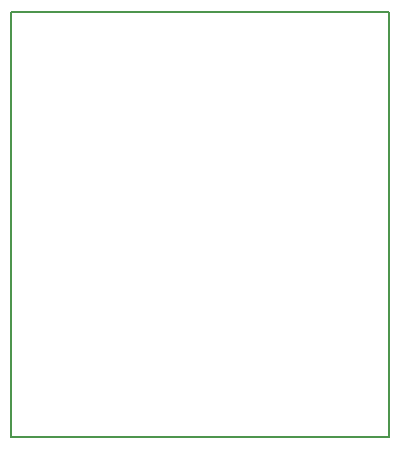
<source format=gbr>
%TF.GenerationSoftware,KiCad,Pcbnew,9.0.0*%
%TF.CreationDate,2025-05-01T12:58:47-03:00*%
%TF.ProjectId,Mini D1 Puck,4d696e69-2044-4312-9050-75636b2e6b69,rev?*%
%TF.SameCoordinates,Original*%
%TF.FileFunction,Profile,NP*%
%FSLAX46Y46*%
G04 Gerber Fmt 4.6, Leading zero omitted, Abs format (unit mm)*
G04 Created by KiCad (PCBNEW 9.0.0) date 2025-05-01 12:58:47*
%MOMM*%
%LPD*%
G01*
G04 APERTURE LIST*
%TA.AperFunction,Profile*%
%ADD10C,0.200000*%
%TD*%
G04 APERTURE END LIST*
D10*
X169500000Y-50500000D02*
X201500000Y-50500000D01*
X201500000Y-86500000D01*
X169500000Y-86500000D01*
X169500000Y-50500000D01*
M02*

</source>
